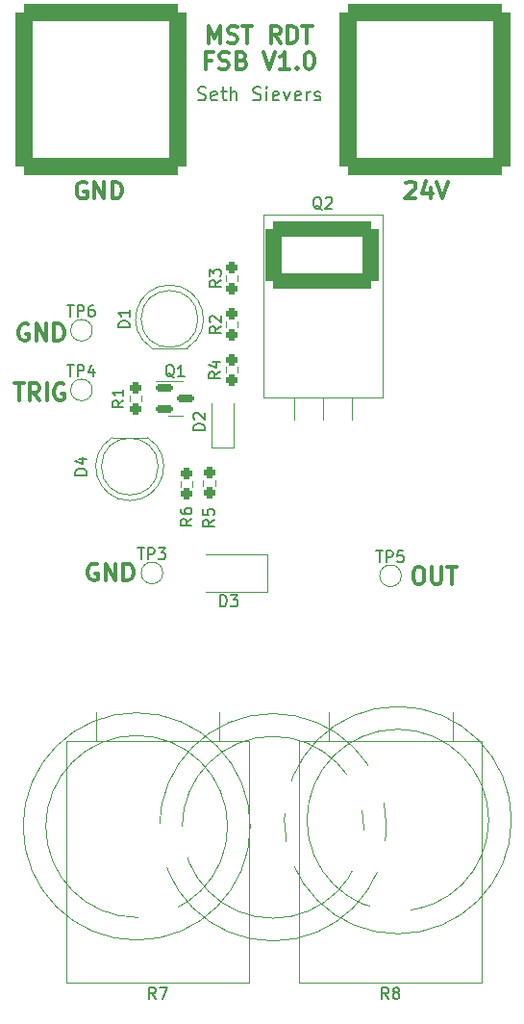
<source format=gto>
%TF.GenerationSoftware,KiCad,Pcbnew,(6.0.5)*%
%TF.CreationDate,2022-08-02T11:39:28-06:00*%
%TF.ProjectId,fet_stress_test,6665745f-7374-4726-9573-735f74657374,rev?*%
%TF.SameCoordinates,Original*%
%TF.FileFunction,Legend,Top*%
%TF.FilePolarity,Positive*%
%FSLAX46Y46*%
G04 Gerber Fmt 4.6, Leading zero omitted, Abs format (unit mm)*
G04 Created by KiCad (PCBNEW (6.0.5)) date 2022-08-02 11:39:28*
%MOMM*%
%LPD*%
G01*
G04 APERTURE LIST*
G04 Aperture macros list*
%AMRoundRect*
0 Rectangle with rounded corners*
0 $1 Rounding radius*
0 $2 $3 $4 $5 $6 $7 $8 $9 X,Y pos of 4 corners*
0 Add a 4 corners polygon primitive as box body*
4,1,4,$2,$3,$4,$5,$6,$7,$8,$9,$2,$3,0*
0 Add four circle primitives for the rounded corners*
1,1,$1+$1,$2,$3*
1,1,$1+$1,$4,$5*
1,1,$1+$1,$6,$7*
1,1,$1+$1,$8,$9*
0 Add four rect primitives between the rounded corners*
20,1,$1+$1,$2,$3,$4,$5,0*
20,1,$1+$1,$4,$5,$6,$7,0*
20,1,$1+$1,$6,$7,$8,$9,0*
20,1,$1+$1,$8,$9,$2,$3,0*%
G04 Aperture macros list end*
%ADD10C,0.300000*%
%ADD11C,0.200000*%
%ADD12C,0.150000*%
%ADD13C,0.120000*%
%ADD14R,1.200000X0.900000*%
%ADD15R,2.500000X1.800000*%
%ADD16R,1.905000X2.000000*%
%ADD17O,1.905000X2.000000*%
%ADD18RoundRect,0.705882X-4.294118X-2.294118X4.294118X-2.294118X4.294118X2.294118X-4.294118X2.294118X0*%
%ADD19O,3.600000X3.600000*%
%ADD20R,2.500000X4.500000*%
%ADD21O,2.500000X4.500000*%
%ADD22RoundRect,0.237500X-0.237500X0.250000X-0.237500X-0.250000X0.237500X-0.250000X0.237500X0.250000X0*%
%ADD23R,1.800000X1.800000*%
%ADD24C,1.800000*%
%ADD25RoundRect,0.237500X0.237500X-0.250000X0.237500X0.250000X-0.237500X0.250000X-0.237500X-0.250000X0*%
%ADD26C,4.000000*%
%ADD27RoundRect,0.750000X-6.750000X-6.750000X6.750000X-6.750000X6.750000X6.750000X-6.750000X6.750000X0*%
%ADD28C,1.500000*%
%ADD29RoundRect,0.150000X-0.587500X-0.150000X0.587500X-0.150000X0.587500X0.150000X-0.587500X0.150000X0*%
G04 APERTURE END LIST*
D10*
X135700000Y-110178571D02*
X135985714Y-110178571D01*
X136128571Y-110250000D01*
X136271428Y-110392857D01*
X136342857Y-110678571D01*
X136342857Y-111178571D01*
X136271428Y-111464285D01*
X136128571Y-111607142D01*
X135985714Y-111678571D01*
X135700000Y-111678571D01*
X135557142Y-111607142D01*
X135414285Y-111464285D01*
X135342857Y-111178571D01*
X135342857Y-110678571D01*
X135414285Y-110392857D01*
X135557142Y-110250000D01*
X135700000Y-110178571D01*
X136985714Y-110178571D02*
X136985714Y-111392857D01*
X137057142Y-111535714D01*
X137128571Y-111607142D01*
X137271428Y-111678571D01*
X137557142Y-111678571D01*
X137700000Y-111607142D01*
X137771428Y-111535714D01*
X137842857Y-111392857D01*
X137842857Y-110178571D01*
X138342857Y-110178571D02*
X139200000Y-110178571D01*
X138771428Y-111678571D02*
X138771428Y-110178571D01*
X107557142Y-109950000D02*
X107414285Y-109878571D01*
X107200000Y-109878571D01*
X106985714Y-109950000D01*
X106842857Y-110092857D01*
X106771428Y-110235714D01*
X106700000Y-110521428D01*
X106700000Y-110735714D01*
X106771428Y-111021428D01*
X106842857Y-111164285D01*
X106985714Y-111307142D01*
X107200000Y-111378571D01*
X107342857Y-111378571D01*
X107557142Y-111307142D01*
X107628571Y-111235714D01*
X107628571Y-110735714D01*
X107342857Y-110735714D01*
X108271428Y-111378571D02*
X108271428Y-109878571D01*
X109128571Y-111378571D01*
X109128571Y-109878571D01*
X109842857Y-111378571D02*
X109842857Y-109878571D01*
X110200000Y-109878571D01*
X110414285Y-109950000D01*
X110557142Y-110092857D01*
X110628571Y-110235714D01*
X110700000Y-110521428D01*
X110700000Y-110735714D01*
X110628571Y-111021428D01*
X110557142Y-111164285D01*
X110414285Y-111307142D01*
X110200000Y-111378571D01*
X109842857Y-111378571D01*
X100214285Y-94028571D02*
X101071428Y-94028571D01*
X100642857Y-95528571D02*
X100642857Y-94028571D01*
X102428571Y-95528571D02*
X101928571Y-94814285D01*
X101571428Y-95528571D02*
X101571428Y-94028571D01*
X102142857Y-94028571D01*
X102285714Y-94100000D01*
X102357142Y-94171428D01*
X102428571Y-94314285D01*
X102428571Y-94528571D01*
X102357142Y-94671428D01*
X102285714Y-94742857D01*
X102142857Y-94814285D01*
X101571428Y-94814285D01*
X103071428Y-95528571D02*
X103071428Y-94028571D01*
X104571428Y-94100000D02*
X104428571Y-94028571D01*
X104214285Y-94028571D01*
X104000000Y-94100000D01*
X103857142Y-94242857D01*
X103785714Y-94385714D01*
X103714285Y-94671428D01*
X103714285Y-94885714D01*
X103785714Y-95171428D01*
X103857142Y-95314285D01*
X104000000Y-95457142D01*
X104214285Y-95528571D01*
X104357142Y-95528571D01*
X104571428Y-95457142D01*
X104642857Y-95385714D01*
X104642857Y-94885714D01*
X104357142Y-94885714D01*
X101457142Y-88850000D02*
X101314285Y-88778571D01*
X101100000Y-88778571D01*
X100885714Y-88850000D01*
X100742857Y-88992857D01*
X100671428Y-89135714D01*
X100600000Y-89421428D01*
X100600000Y-89635714D01*
X100671428Y-89921428D01*
X100742857Y-90064285D01*
X100885714Y-90207142D01*
X101100000Y-90278571D01*
X101242857Y-90278571D01*
X101457142Y-90207142D01*
X101528571Y-90135714D01*
X101528571Y-89635714D01*
X101242857Y-89635714D01*
X102171428Y-90278571D02*
X102171428Y-88778571D01*
X103028571Y-90278571D01*
X103028571Y-88778571D01*
X103742857Y-90278571D02*
X103742857Y-88778571D01*
X104100000Y-88778571D01*
X104314285Y-88850000D01*
X104457142Y-88992857D01*
X104528571Y-89135714D01*
X104600000Y-89421428D01*
X104600000Y-89635714D01*
X104528571Y-89921428D01*
X104457142Y-90064285D01*
X104314285Y-90207142D01*
X104100000Y-90278571D01*
X103742857Y-90278571D01*
X117371428Y-64078571D02*
X117371428Y-62578571D01*
X117871428Y-63650000D01*
X118371428Y-62578571D01*
X118371428Y-64078571D01*
X119014285Y-64007142D02*
X119228571Y-64078571D01*
X119585714Y-64078571D01*
X119728571Y-64007142D01*
X119800000Y-63935714D01*
X119871428Y-63792857D01*
X119871428Y-63650000D01*
X119800000Y-63507142D01*
X119728571Y-63435714D01*
X119585714Y-63364285D01*
X119300000Y-63292857D01*
X119157142Y-63221428D01*
X119085714Y-63150000D01*
X119014285Y-63007142D01*
X119014285Y-62864285D01*
X119085714Y-62721428D01*
X119157142Y-62650000D01*
X119300000Y-62578571D01*
X119657142Y-62578571D01*
X119871428Y-62650000D01*
X120300000Y-62578571D02*
X121157142Y-62578571D01*
X120728571Y-64078571D02*
X120728571Y-62578571D01*
X123657142Y-64078571D02*
X123157142Y-63364285D01*
X122800000Y-64078571D02*
X122800000Y-62578571D01*
X123371428Y-62578571D01*
X123514285Y-62650000D01*
X123585714Y-62721428D01*
X123657142Y-62864285D01*
X123657142Y-63078571D01*
X123585714Y-63221428D01*
X123514285Y-63292857D01*
X123371428Y-63364285D01*
X122800000Y-63364285D01*
X124300000Y-64078571D02*
X124300000Y-62578571D01*
X124657142Y-62578571D01*
X124871428Y-62650000D01*
X125014285Y-62792857D01*
X125085714Y-62935714D01*
X125157142Y-63221428D01*
X125157142Y-63435714D01*
X125085714Y-63721428D01*
X125014285Y-63864285D01*
X124871428Y-64007142D01*
X124657142Y-64078571D01*
X124300000Y-64078571D01*
X125585714Y-62578571D02*
X126442857Y-62578571D01*
X126014285Y-64078571D02*
X126014285Y-62578571D01*
X117550000Y-65592857D02*
X117050000Y-65592857D01*
X117050000Y-66378571D02*
X117050000Y-64878571D01*
X117764285Y-64878571D01*
X118264285Y-66307142D02*
X118478571Y-66378571D01*
X118835714Y-66378571D01*
X118978571Y-66307142D01*
X119050000Y-66235714D01*
X119121428Y-66092857D01*
X119121428Y-65950000D01*
X119050000Y-65807142D01*
X118978571Y-65735714D01*
X118835714Y-65664285D01*
X118550000Y-65592857D01*
X118407142Y-65521428D01*
X118335714Y-65450000D01*
X118264285Y-65307142D01*
X118264285Y-65164285D01*
X118335714Y-65021428D01*
X118407142Y-64950000D01*
X118550000Y-64878571D01*
X118907142Y-64878571D01*
X119121428Y-64950000D01*
X120264285Y-65592857D02*
X120478571Y-65664285D01*
X120550000Y-65735714D01*
X120621428Y-65878571D01*
X120621428Y-66092857D01*
X120550000Y-66235714D01*
X120478571Y-66307142D01*
X120335714Y-66378571D01*
X119764285Y-66378571D01*
X119764285Y-64878571D01*
X120264285Y-64878571D01*
X120407142Y-64950000D01*
X120478571Y-65021428D01*
X120550000Y-65164285D01*
X120550000Y-65307142D01*
X120478571Y-65450000D01*
X120407142Y-65521428D01*
X120264285Y-65592857D01*
X119764285Y-65592857D01*
X122192857Y-64878571D02*
X122692857Y-66378571D01*
X123192857Y-64878571D01*
X124478571Y-66378571D02*
X123621428Y-66378571D01*
X124050000Y-66378571D02*
X124050000Y-64878571D01*
X123907142Y-65092857D01*
X123764285Y-65235714D01*
X123621428Y-65307142D01*
X125121428Y-66235714D02*
X125192857Y-66307142D01*
X125121428Y-66378571D01*
X125050000Y-66307142D01*
X125121428Y-66235714D01*
X125121428Y-66378571D01*
X126121428Y-64878571D02*
X126264285Y-64878571D01*
X126407142Y-64950000D01*
X126478571Y-65021428D01*
X126550000Y-65164285D01*
X126621428Y-65450000D01*
X126621428Y-65807142D01*
X126550000Y-66092857D01*
X126478571Y-66235714D01*
X126407142Y-66307142D01*
X126264285Y-66378571D01*
X126121428Y-66378571D01*
X125978571Y-66307142D01*
X125907142Y-66235714D01*
X125835714Y-66092857D01*
X125764285Y-65807142D01*
X125764285Y-65450000D01*
X125835714Y-65164285D01*
X125907142Y-65021428D01*
X125978571Y-64950000D01*
X126121428Y-64878571D01*
D11*
X116400000Y-69085714D02*
X116571428Y-69142857D01*
X116857142Y-69142857D01*
X116971428Y-69085714D01*
X117028571Y-69028571D01*
X117085714Y-68914285D01*
X117085714Y-68800000D01*
X117028571Y-68685714D01*
X116971428Y-68628571D01*
X116857142Y-68571428D01*
X116628571Y-68514285D01*
X116514285Y-68457142D01*
X116457142Y-68400000D01*
X116400000Y-68285714D01*
X116400000Y-68171428D01*
X116457142Y-68057142D01*
X116514285Y-68000000D01*
X116628571Y-67942857D01*
X116914285Y-67942857D01*
X117085714Y-68000000D01*
X118057142Y-69085714D02*
X117942857Y-69142857D01*
X117714285Y-69142857D01*
X117600000Y-69085714D01*
X117542857Y-68971428D01*
X117542857Y-68514285D01*
X117600000Y-68400000D01*
X117714285Y-68342857D01*
X117942857Y-68342857D01*
X118057142Y-68400000D01*
X118114285Y-68514285D01*
X118114285Y-68628571D01*
X117542857Y-68742857D01*
X118457142Y-68342857D02*
X118914285Y-68342857D01*
X118628571Y-67942857D02*
X118628571Y-68971428D01*
X118685714Y-69085714D01*
X118800000Y-69142857D01*
X118914285Y-69142857D01*
X119314285Y-69142857D02*
X119314285Y-67942857D01*
X119828571Y-69142857D02*
X119828571Y-68514285D01*
X119771428Y-68400000D01*
X119657142Y-68342857D01*
X119485714Y-68342857D01*
X119371428Y-68400000D01*
X119314285Y-68457142D01*
X121257142Y-69085714D02*
X121428571Y-69142857D01*
X121714285Y-69142857D01*
X121828571Y-69085714D01*
X121885714Y-69028571D01*
X121942857Y-68914285D01*
X121942857Y-68800000D01*
X121885714Y-68685714D01*
X121828571Y-68628571D01*
X121714285Y-68571428D01*
X121485714Y-68514285D01*
X121371428Y-68457142D01*
X121314285Y-68400000D01*
X121257142Y-68285714D01*
X121257142Y-68171428D01*
X121314285Y-68057142D01*
X121371428Y-68000000D01*
X121485714Y-67942857D01*
X121771428Y-67942857D01*
X121942857Y-68000000D01*
X122457142Y-69142857D02*
X122457142Y-68342857D01*
X122457142Y-67942857D02*
X122400000Y-68000000D01*
X122457142Y-68057142D01*
X122514285Y-68000000D01*
X122457142Y-67942857D01*
X122457142Y-68057142D01*
X123485714Y-69085714D02*
X123371428Y-69142857D01*
X123142857Y-69142857D01*
X123028571Y-69085714D01*
X122971428Y-68971428D01*
X122971428Y-68514285D01*
X123028571Y-68400000D01*
X123142857Y-68342857D01*
X123371428Y-68342857D01*
X123485714Y-68400000D01*
X123542857Y-68514285D01*
X123542857Y-68628571D01*
X122971428Y-68742857D01*
X123942857Y-68342857D02*
X124228571Y-69142857D01*
X124514285Y-68342857D01*
X125428571Y-69085714D02*
X125314285Y-69142857D01*
X125085714Y-69142857D01*
X124971428Y-69085714D01*
X124914285Y-68971428D01*
X124914285Y-68514285D01*
X124971428Y-68400000D01*
X125085714Y-68342857D01*
X125314285Y-68342857D01*
X125428571Y-68400000D01*
X125485714Y-68514285D01*
X125485714Y-68628571D01*
X124914285Y-68742857D01*
X126000000Y-69142857D02*
X126000000Y-68342857D01*
X126000000Y-68571428D02*
X126057142Y-68457142D01*
X126114285Y-68400000D01*
X126228571Y-68342857D01*
X126342857Y-68342857D01*
X126685714Y-69085714D02*
X126800000Y-69142857D01*
X127028571Y-69142857D01*
X127142857Y-69085714D01*
X127200000Y-68971428D01*
X127200000Y-68914285D01*
X127142857Y-68800000D01*
X127028571Y-68742857D01*
X126857142Y-68742857D01*
X126742857Y-68685714D01*
X126685714Y-68571428D01*
X126685714Y-68514285D01*
X126742857Y-68400000D01*
X126857142Y-68342857D01*
X127028571Y-68342857D01*
X127142857Y-68400000D01*
D10*
X106557142Y-76350000D02*
X106414285Y-76278571D01*
X106200000Y-76278571D01*
X105985714Y-76350000D01*
X105842857Y-76492857D01*
X105771428Y-76635714D01*
X105700000Y-76921428D01*
X105700000Y-77135714D01*
X105771428Y-77421428D01*
X105842857Y-77564285D01*
X105985714Y-77707142D01*
X106200000Y-77778571D01*
X106342857Y-77778571D01*
X106557142Y-77707142D01*
X106628571Y-77635714D01*
X106628571Y-77135714D01*
X106342857Y-77135714D01*
X107271428Y-77778571D02*
X107271428Y-76278571D01*
X108128571Y-77778571D01*
X108128571Y-76278571D01*
X108842857Y-77778571D02*
X108842857Y-76278571D01*
X109200000Y-76278571D01*
X109414285Y-76350000D01*
X109557142Y-76492857D01*
X109628571Y-76635714D01*
X109700000Y-76921428D01*
X109700000Y-77135714D01*
X109628571Y-77421428D01*
X109557142Y-77564285D01*
X109414285Y-77707142D01*
X109200000Y-77778571D01*
X108842857Y-77778571D01*
X134714285Y-76421428D02*
X134785714Y-76350000D01*
X134928571Y-76278571D01*
X135285714Y-76278571D01*
X135428571Y-76350000D01*
X135500000Y-76421428D01*
X135571428Y-76564285D01*
X135571428Y-76707142D01*
X135500000Y-76921428D01*
X134642857Y-77778571D01*
X135571428Y-77778571D01*
X136857142Y-76778571D02*
X136857142Y-77778571D01*
X136500000Y-76207142D02*
X136142857Y-77278571D01*
X137071428Y-77278571D01*
X137428571Y-76278571D02*
X137928571Y-77778571D01*
X138428571Y-76278571D01*
D12*
%TO.C,D2*%
X117002380Y-98138095D02*
X116002380Y-98138095D01*
X116002380Y-97900000D01*
X116050000Y-97757142D01*
X116145238Y-97661904D01*
X116240476Y-97614285D01*
X116430952Y-97566666D01*
X116573809Y-97566666D01*
X116764285Y-97614285D01*
X116859523Y-97661904D01*
X116954761Y-97757142D01*
X117002380Y-97900000D01*
X117002380Y-98138095D01*
X116097619Y-97185714D02*
X116050000Y-97138095D01*
X116002380Y-97042857D01*
X116002380Y-96804761D01*
X116050000Y-96709523D01*
X116097619Y-96661904D01*
X116192857Y-96614285D01*
X116288095Y-96614285D01*
X116430952Y-96661904D01*
X117002380Y-97233333D01*
X117002380Y-96614285D01*
%TO.C,D3*%
X118361904Y-113652380D02*
X118361904Y-112652380D01*
X118600000Y-112652380D01*
X118742857Y-112700000D01*
X118838095Y-112795238D01*
X118885714Y-112890476D01*
X118933333Y-113080952D01*
X118933333Y-113223809D01*
X118885714Y-113414285D01*
X118838095Y-113509523D01*
X118742857Y-113604761D01*
X118600000Y-113652380D01*
X118361904Y-113652380D01*
X119266666Y-112652380D02*
X119885714Y-112652380D01*
X119552380Y-113033333D01*
X119695238Y-113033333D01*
X119790476Y-113080952D01*
X119838095Y-113128571D01*
X119885714Y-113223809D01*
X119885714Y-113461904D01*
X119838095Y-113557142D01*
X119790476Y-113604761D01*
X119695238Y-113652380D01*
X119409523Y-113652380D01*
X119314285Y-113604761D01*
X119266666Y-113557142D01*
%TO.C,Q2*%
X127294761Y-78727619D02*
X127199523Y-78680000D01*
X127104285Y-78584761D01*
X126961428Y-78441904D01*
X126866190Y-78394285D01*
X126770952Y-78394285D01*
X126818571Y-78632380D02*
X126723333Y-78584761D01*
X126628095Y-78489523D01*
X126580476Y-78299047D01*
X126580476Y-77965714D01*
X126628095Y-77775238D01*
X126723333Y-77680000D01*
X126818571Y-77632380D01*
X127009047Y-77632380D01*
X127104285Y-77680000D01*
X127199523Y-77775238D01*
X127247142Y-77965714D01*
X127247142Y-78299047D01*
X127199523Y-78489523D01*
X127104285Y-78584761D01*
X127009047Y-78632380D01*
X126818571Y-78632380D01*
X127628095Y-77727619D02*
X127675714Y-77680000D01*
X127770952Y-77632380D01*
X128009047Y-77632380D01*
X128104285Y-77680000D01*
X128151904Y-77727619D01*
X128199523Y-77822857D01*
X128199523Y-77918095D01*
X128151904Y-78060952D01*
X127580476Y-78632380D01*
X128199523Y-78632380D01*
%TO.C,R7*%
X112683333Y-148162380D02*
X112350000Y-147686190D01*
X112111904Y-148162380D02*
X112111904Y-147162380D01*
X112492857Y-147162380D01*
X112588095Y-147210000D01*
X112635714Y-147257619D01*
X112683333Y-147352857D01*
X112683333Y-147495714D01*
X112635714Y-147590952D01*
X112588095Y-147638571D01*
X112492857Y-147686190D01*
X112111904Y-147686190D01*
X113016666Y-147162380D02*
X113683333Y-147162380D01*
X113254761Y-148162380D01*
%TO.C,R6*%
X115842380Y-105929166D02*
X115366190Y-106262500D01*
X115842380Y-106500595D02*
X114842380Y-106500595D01*
X114842380Y-106119642D01*
X114890000Y-106024404D01*
X114937619Y-105976785D01*
X115032857Y-105929166D01*
X115175714Y-105929166D01*
X115270952Y-105976785D01*
X115318571Y-106024404D01*
X115366190Y-106119642D01*
X115366190Y-106500595D01*
X114842380Y-105072023D02*
X114842380Y-105262500D01*
X114890000Y-105357738D01*
X114937619Y-105405357D01*
X115080476Y-105500595D01*
X115270952Y-105548214D01*
X115651904Y-105548214D01*
X115747142Y-105500595D01*
X115794761Y-105452976D01*
X115842380Y-105357738D01*
X115842380Y-105167261D01*
X115794761Y-105072023D01*
X115747142Y-105024404D01*
X115651904Y-104976785D01*
X115413809Y-104976785D01*
X115318571Y-105024404D01*
X115270952Y-105072023D01*
X115223333Y-105167261D01*
X115223333Y-105357738D01*
X115270952Y-105452976D01*
X115318571Y-105500595D01*
X115413809Y-105548214D01*
%TO.C,D4*%
X106592380Y-102083095D02*
X105592380Y-102083095D01*
X105592380Y-101845000D01*
X105640000Y-101702142D01*
X105735238Y-101606904D01*
X105830476Y-101559285D01*
X106020952Y-101511666D01*
X106163809Y-101511666D01*
X106354285Y-101559285D01*
X106449523Y-101606904D01*
X106544761Y-101702142D01*
X106592380Y-101845000D01*
X106592380Y-102083095D01*
X105925714Y-100654523D02*
X106592380Y-100654523D01*
X105544761Y-100892619D02*
X106259047Y-101130714D01*
X106259047Y-100511666D01*
%TO.C,R3*%
X118412380Y-84941666D02*
X117936190Y-85275000D01*
X118412380Y-85513095D02*
X117412380Y-85513095D01*
X117412380Y-85132142D01*
X117460000Y-85036904D01*
X117507619Y-84989285D01*
X117602857Y-84941666D01*
X117745714Y-84941666D01*
X117840952Y-84989285D01*
X117888571Y-85036904D01*
X117936190Y-85132142D01*
X117936190Y-85513095D01*
X117412380Y-84608333D02*
X117412380Y-83989285D01*
X117793333Y-84322619D01*
X117793333Y-84179761D01*
X117840952Y-84084523D01*
X117888571Y-84036904D01*
X117983809Y-83989285D01*
X118221904Y-83989285D01*
X118317142Y-84036904D01*
X118364761Y-84084523D01*
X118412380Y-84179761D01*
X118412380Y-84465476D01*
X118364761Y-84560714D01*
X118317142Y-84608333D01*
%TO.C,D1*%
X110382380Y-89093095D02*
X109382380Y-89093095D01*
X109382380Y-88855000D01*
X109430000Y-88712142D01*
X109525238Y-88616904D01*
X109620476Y-88569285D01*
X109810952Y-88521666D01*
X109953809Y-88521666D01*
X110144285Y-88569285D01*
X110239523Y-88616904D01*
X110334761Y-88712142D01*
X110382380Y-88855000D01*
X110382380Y-89093095D01*
X110382380Y-87569285D02*
X110382380Y-88140714D01*
X110382380Y-87855000D02*
X109382380Y-87855000D01*
X109525238Y-87950238D01*
X109620476Y-88045476D01*
X109668095Y-88140714D01*
%TO.C,R8*%
X133183333Y-148162380D02*
X132850000Y-147686190D01*
X132611904Y-148162380D02*
X132611904Y-147162380D01*
X132992857Y-147162380D01*
X133088095Y-147210000D01*
X133135714Y-147257619D01*
X133183333Y-147352857D01*
X133183333Y-147495714D01*
X133135714Y-147590952D01*
X133088095Y-147638571D01*
X132992857Y-147686190D01*
X132611904Y-147686190D01*
X133754761Y-147590952D02*
X133659523Y-147543333D01*
X133611904Y-147495714D01*
X133564285Y-147400476D01*
X133564285Y-147352857D01*
X133611904Y-147257619D01*
X133659523Y-147210000D01*
X133754761Y-147162380D01*
X133945238Y-147162380D01*
X134040476Y-147210000D01*
X134088095Y-147257619D01*
X134135714Y-147352857D01*
X134135714Y-147400476D01*
X134088095Y-147495714D01*
X134040476Y-147543333D01*
X133945238Y-147590952D01*
X133754761Y-147590952D01*
X133659523Y-147638571D01*
X133611904Y-147686190D01*
X133564285Y-147781428D01*
X133564285Y-147971904D01*
X133611904Y-148067142D01*
X133659523Y-148114761D01*
X133754761Y-148162380D01*
X133945238Y-148162380D01*
X134040476Y-148114761D01*
X134088095Y-148067142D01*
X134135714Y-147971904D01*
X134135714Y-147781428D01*
X134088095Y-147686190D01*
X134040476Y-147638571D01*
X133945238Y-147590952D01*
%TO.C,R5*%
X117842380Y-106016666D02*
X117366190Y-106350000D01*
X117842380Y-106588095D02*
X116842380Y-106588095D01*
X116842380Y-106207142D01*
X116890000Y-106111904D01*
X116937619Y-106064285D01*
X117032857Y-106016666D01*
X117175714Y-106016666D01*
X117270952Y-106064285D01*
X117318571Y-106111904D01*
X117366190Y-106207142D01*
X117366190Y-106588095D01*
X116842380Y-105111904D02*
X116842380Y-105588095D01*
X117318571Y-105635714D01*
X117270952Y-105588095D01*
X117223333Y-105492857D01*
X117223333Y-105254761D01*
X117270952Y-105159523D01*
X117318571Y-105111904D01*
X117413809Y-105064285D01*
X117651904Y-105064285D01*
X117747142Y-105111904D01*
X117794761Y-105159523D01*
X117842380Y-105254761D01*
X117842380Y-105492857D01*
X117794761Y-105588095D01*
X117747142Y-105635714D01*
%TO.C,TP5*%
X132088095Y-108754380D02*
X132659523Y-108754380D01*
X132373809Y-109754380D02*
X132373809Y-108754380D01*
X132992857Y-109754380D02*
X132992857Y-108754380D01*
X133373809Y-108754380D01*
X133469047Y-108802000D01*
X133516666Y-108849619D01*
X133564285Y-108944857D01*
X133564285Y-109087714D01*
X133516666Y-109182952D01*
X133469047Y-109230571D01*
X133373809Y-109278190D01*
X132992857Y-109278190D01*
X134469047Y-108754380D02*
X133992857Y-108754380D01*
X133945238Y-109230571D01*
X133992857Y-109182952D01*
X134088095Y-109135333D01*
X134326190Y-109135333D01*
X134421428Y-109182952D01*
X134469047Y-109230571D01*
X134516666Y-109325809D01*
X134516666Y-109563904D01*
X134469047Y-109659142D01*
X134421428Y-109706761D01*
X134326190Y-109754380D01*
X134088095Y-109754380D01*
X133992857Y-109706761D01*
X133945238Y-109659142D01*
%TO.C,Q1*%
X114294761Y-93497619D02*
X114199523Y-93450000D01*
X114104285Y-93354761D01*
X113961428Y-93211904D01*
X113866190Y-93164285D01*
X113770952Y-93164285D01*
X113818571Y-93402380D02*
X113723333Y-93354761D01*
X113628095Y-93259523D01*
X113580476Y-93069047D01*
X113580476Y-92735714D01*
X113628095Y-92545238D01*
X113723333Y-92450000D01*
X113818571Y-92402380D01*
X114009047Y-92402380D01*
X114104285Y-92450000D01*
X114199523Y-92545238D01*
X114247142Y-92735714D01*
X114247142Y-93069047D01*
X114199523Y-93259523D01*
X114104285Y-93354761D01*
X114009047Y-93402380D01*
X113818571Y-93402380D01*
X115199523Y-93402380D02*
X114628095Y-93402380D01*
X114913809Y-93402380D02*
X114913809Y-92402380D01*
X114818571Y-92545238D01*
X114723333Y-92640476D01*
X114628095Y-92688095D01*
%TO.C,TP3*%
X111088095Y-108504380D02*
X111659523Y-108504380D01*
X111373809Y-109504380D02*
X111373809Y-108504380D01*
X111992857Y-109504380D02*
X111992857Y-108504380D01*
X112373809Y-108504380D01*
X112469047Y-108552000D01*
X112516666Y-108599619D01*
X112564285Y-108694857D01*
X112564285Y-108837714D01*
X112516666Y-108932952D01*
X112469047Y-108980571D01*
X112373809Y-109028190D01*
X111992857Y-109028190D01*
X112897619Y-108504380D02*
X113516666Y-108504380D01*
X113183333Y-108885333D01*
X113326190Y-108885333D01*
X113421428Y-108932952D01*
X113469047Y-108980571D01*
X113516666Y-109075809D01*
X113516666Y-109313904D01*
X113469047Y-109409142D01*
X113421428Y-109456761D01*
X113326190Y-109504380D01*
X113040476Y-109504380D01*
X112945238Y-109456761D01*
X112897619Y-109409142D01*
%TO.C,R1*%
X109842380Y-95516666D02*
X109366190Y-95850000D01*
X109842380Y-96088095D02*
X108842380Y-96088095D01*
X108842380Y-95707142D01*
X108890000Y-95611904D01*
X108937619Y-95564285D01*
X109032857Y-95516666D01*
X109175714Y-95516666D01*
X109270952Y-95564285D01*
X109318571Y-95611904D01*
X109366190Y-95707142D01*
X109366190Y-96088095D01*
X109842380Y-94564285D02*
X109842380Y-95135714D01*
X109842380Y-94850000D02*
X108842380Y-94850000D01*
X108985238Y-94945238D01*
X109080476Y-95040476D01*
X109128095Y-95135714D01*
%TO.C,TP6*%
X104878095Y-87154380D02*
X105449523Y-87154380D01*
X105163809Y-88154380D02*
X105163809Y-87154380D01*
X105782857Y-88154380D02*
X105782857Y-87154380D01*
X106163809Y-87154380D01*
X106259047Y-87202000D01*
X106306666Y-87249619D01*
X106354285Y-87344857D01*
X106354285Y-87487714D01*
X106306666Y-87582952D01*
X106259047Y-87630571D01*
X106163809Y-87678190D01*
X105782857Y-87678190D01*
X107211428Y-87154380D02*
X107020952Y-87154380D01*
X106925714Y-87202000D01*
X106878095Y-87249619D01*
X106782857Y-87392476D01*
X106735238Y-87582952D01*
X106735238Y-87963904D01*
X106782857Y-88059142D01*
X106830476Y-88106761D01*
X106925714Y-88154380D01*
X107116190Y-88154380D01*
X107211428Y-88106761D01*
X107259047Y-88059142D01*
X107306666Y-87963904D01*
X107306666Y-87725809D01*
X107259047Y-87630571D01*
X107211428Y-87582952D01*
X107116190Y-87535333D01*
X106925714Y-87535333D01*
X106830476Y-87582952D01*
X106782857Y-87630571D01*
X106735238Y-87725809D01*
%TO.C,R2*%
X118412380Y-89016666D02*
X117936190Y-89350000D01*
X118412380Y-89588095D02*
X117412380Y-89588095D01*
X117412380Y-89207142D01*
X117460000Y-89111904D01*
X117507619Y-89064285D01*
X117602857Y-89016666D01*
X117745714Y-89016666D01*
X117840952Y-89064285D01*
X117888571Y-89111904D01*
X117936190Y-89207142D01*
X117936190Y-89588095D01*
X117507619Y-88635714D02*
X117460000Y-88588095D01*
X117412380Y-88492857D01*
X117412380Y-88254761D01*
X117460000Y-88159523D01*
X117507619Y-88111904D01*
X117602857Y-88064285D01*
X117698095Y-88064285D01*
X117840952Y-88111904D01*
X118412380Y-88683333D01*
X118412380Y-88064285D01*
%TO.C,TP4*%
X104878095Y-92404380D02*
X105449523Y-92404380D01*
X105163809Y-93404380D02*
X105163809Y-92404380D01*
X105782857Y-93404380D02*
X105782857Y-92404380D01*
X106163809Y-92404380D01*
X106259047Y-92452000D01*
X106306666Y-92499619D01*
X106354285Y-92594857D01*
X106354285Y-92737714D01*
X106306666Y-92832952D01*
X106259047Y-92880571D01*
X106163809Y-92928190D01*
X105782857Y-92928190D01*
X107211428Y-92737714D02*
X107211428Y-93404380D01*
X106973333Y-92356761D02*
X106735238Y-93071047D01*
X107354285Y-93071047D01*
%TO.C,R4*%
X118342380Y-93016666D02*
X117866190Y-93350000D01*
X118342380Y-93588095D02*
X117342380Y-93588095D01*
X117342380Y-93207142D01*
X117390000Y-93111904D01*
X117437619Y-93064285D01*
X117532857Y-93016666D01*
X117675714Y-93016666D01*
X117770952Y-93064285D01*
X117818571Y-93111904D01*
X117866190Y-93207142D01*
X117866190Y-93588095D01*
X117675714Y-92159523D02*
X118342380Y-92159523D01*
X117294761Y-92397619D02*
X118009047Y-92635714D01*
X118009047Y-92016666D01*
D13*
%TO.C,D2*%
X117550000Y-99650000D02*
X117550000Y-95750000D01*
X117550000Y-99650000D02*
X119550000Y-99650000D01*
X119550000Y-99650000D02*
X119550000Y-95750000D01*
%TO.C,D3*%
X122500000Y-112350000D02*
X122500000Y-109050000D01*
X122500000Y-109050000D02*
X117100000Y-109050000D01*
X122500000Y-112350000D02*
X117100000Y-112350000D01*
%TO.C,Q2*%
X122140000Y-79180000D02*
X122140000Y-95290000D01*
X132640000Y-79180000D02*
X132640000Y-95290000D01*
X122140000Y-95290000D02*
X132640000Y-95290000D01*
X122140000Y-79180000D02*
X132640000Y-79180000D01*
X127390000Y-95290000D02*
X127390000Y-97250000D01*
X129930000Y-95290000D02*
X129930000Y-97250000D01*
X124850000Y-95290000D02*
X124850000Y-97250000D01*
%TO.C,R7*%
X120920000Y-125520000D02*
X104780000Y-125520000D01*
X107400000Y-125520000D02*
X107400000Y-122960000D01*
X120920000Y-146710000D02*
X120920000Y-125520000D01*
X120920000Y-146710000D02*
X104780000Y-146710000D01*
X104780000Y-146710000D02*
X104780000Y-125520000D01*
X118300000Y-125520000D02*
X118300000Y-122960000D01*
%TO.C,R6*%
X114867500Y-102595276D02*
X114867500Y-103104724D01*
X115912500Y-102595276D02*
X115912500Y-103104724D01*
%TO.C,D4*%
X111935000Y-98785000D02*
X108845000Y-98785000D01*
X108845170Y-98785000D02*
G75*
G03*
X110390462Y-104335000I1544830J-2560000D01*
G01*
X110389538Y-104335000D02*
G75*
G03*
X111934830Y-98785000I462J2990000D01*
G01*
X112890000Y-101345000D02*
G75*
G03*
X112890000Y-101345000I-2500000J0D01*
G01*
%TO.C,R3*%
X119912500Y-85029724D02*
X119912500Y-84520276D01*
X118867500Y-85029724D02*
X118867500Y-84520276D01*
%TO.C,D1*%
X112345000Y-90915000D02*
X115435000Y-90915000D01*
X113890462Y-85365000D02*
G75*
G03*
X112345170Y-90915000I-462J-2990000D01*
G01*
X115434830Y-90915000D02*
G75*
G03*
X113889538Y-85365000I-1544830J2560000D01*
G01*
X116390000Y-88355000D02*
G75*
G03*
X116390000Y-88355000I-2500000J0D01*
G01*
%TO.C,R8*%
X138800000Y-125520000D02*
X138800000Y-122960000D01*
X141420000Y-146710000D02*
X125280000Y-146710000D01*
X141420000Y-125520000D02*
X125280000Y-125520000D01*
X125280000Y-146710000D02*
X125280000Y-125520000D01*
X127900000Y-125520000D02*
X127900000Y-122960000D01*
X141420000Y-146710000D02*
X141420000Y-125520000D01*
%TO.C,J2*%
X119000000Y-133000000D02*
G75*
G03*
X119000000Y-133000000I-8000000J0D01*
G01*
X121000000Y-133000000D02*
G75*
G03*
X121000000Y-133000000I-10000000J0D01*
G01*
%TO.C,R5*%
X116867500Y-103017224D02*
X116867500Y-102507776D01*
X117912500Y-103017224D02*
X117912500Y-102507776D01*
%TO.C,TP5*%
X134300000Y-110950000D02*
G75*
G03*
X134300000Y-110950000I-950000J0D01*
G01*
%TO.C,Q1*%
X114390000Y-96910000D02*
X115040000Y-96910000D01*
X114390000Y-96910000D02*
X113740000Y-96910000D01*
X114390000Y-93790000D02*
X112715000Y-93790000D01*
X114390000Y-93790000D02*
X115040000Y-93790000D01*
%TO.C,J1*%
X133000000Y-133079000D02*
G75*
G03*
X133000000Y-133079000I-10000000J0D01*
G01*
X131000000Y-133079000D02*
G75*
G03*
X131000000Y-133079000I-8000000J0D01*
G01*
%TO.C,TP3*%
X113300000Y-110700000D02*
G75*
G03*
X113300000Y-110700000I-950000J0D01*
G01*
%TO.C,R1*%
X111412500Y-95095276D02*
X111412500Y-95604724D01*
X110367500Y-95095276D02*
X110367500Y-95604724D01*
%TO.C,J3*%
X142000000Y-132450000D02*
G75*
G03*
X142000000Y-132450000I-8000000J0D01*
G01*
X144000000Y-132450000D02*
G75*
G03*
X144000000Y-132450000I-10000000J0D01*
G01*
%TO.C,TP6*%
X107090000Y-89350000D02*
G75*
G03*
X107090000Y-89350000I-950000J0D01*
G01*
%TO.C,R2*%
X118867500Y-89104724D02*
X118867500Y-88595276D01*
X119912500Y-89104724D02*
X119912500Y-88595276D01*
%TO.C,TP4*%
X107090000Y-94600000D02*
G75*
G03*
X107090000Y-94600000I-950000J0D01*
G01*
%TO.C,R4*%
X119912500Y-92595276D02*
X119912500Y-93104724D01*
X118867500Y-92595276D02*
X118867500Y-93104724D01*
%TD*%
%LPC*%
D14*
%TO.C,D2*%
X118550000Y-99050000D03*
X118550000Y-95750000D03*
%TD*%
D15*
%TO.C,D3*%
X121100000Y-110700000D03*
X117100000Y-110700000D03*
%TD*%
D16*
%TO.C,Q2*%
X124850000Y-98400000D03*
D17*
X127390000Y-98400000D03*
D18*
X127350000Y-82700000D03*
D17*
X129930000Y-98400000D03*
%TD*%
D19*
%TO.C,R7*%
X112850000Y-140420000D03*
D20*
X118300000Y-120560000D03*
D21*
X107400000Y-120560000D03*
%TD*%
D22*
%TO.C,R6*%
X115390000Y-101937500D03*
X115390000Y-103762500D03*
%TD*%
D23*
%TO.C,D4*%
X110390000Y-100075000D03*
D24*
X110390000Y-102615000D03*
%TD*%
D25*
%TO.C,R3*%
X119390000Y-85687500D03*
X119390000Y-83862500D03*
%TD*%
D23*
%TO.C,D1*%
X113890000Y-89625000D03*
D24*
X113890000Y-87085000D03*
%TD*%
D19*
%TO.C,R8*%
X133350000Y-140420000D03*
D20*
X138800000Y-120560000D03*
D21*
X127900000Y-120560000D03*
%TD*%
D26*
%TO.C,J2*%
X111000000Y-129700440D03*
X108142500Y-134649780D03*
X113857500Y-134649780D03*
%TD*%
D27*
%TO.C,TP1*%
X107850000Y-68200000D03*
%TD*%
D25*
%TO.C,R5*%
X117390000Y-103675000D03*
X117390000Y-101850000D03*
%TD*%
D28*
%TO.C,TP5*%
X133350000Y-110950000D03*
%TD*%
D29*
%TO.C,Q1*%
X113452500Y-94400000D03*
X113452500Y-96300000D03*
X115327500Y-95350000D03*
%TD*%
D26*
%TO.C,J1*%
X123000000Y-136000000D03*
X123000000Y-130158000D03*
%TD*%
D28*
%TO.C,TP3*%
X112350000Y-110700000D03*
%TD*%
D22*
%TO.C,R1*%
X110890000Y-94437500D03*
X110890000Y-96262500D03*
%TD*%
D26*
%TO.C,J3*%
X131167900Y-129617900D03*
X131167900Y-135282100D03*
X136832100Y-135282100D03*
X136832100Y-129617900D03*
%TD*%
D28*
%TO.C,TP6*%
X106140000Y-89350000D03*
%TD*%
D25*
%TO.C,R2*%
X119390000Y-89762500D03*
X119390000Y-87937500D03*
%TD*%
D28*
%TO.C,TP4*%
X106140000Y-94600000D03*
%TD*%
D27*
%TO.C,TP2*%
X136350000Y-68200000D03*
%TD*%
D22*
%TO.C,R4*%
X119390000Y-91937500D03*
X119390000Y-93762500D03*
%TD*%
M02*

</source>
